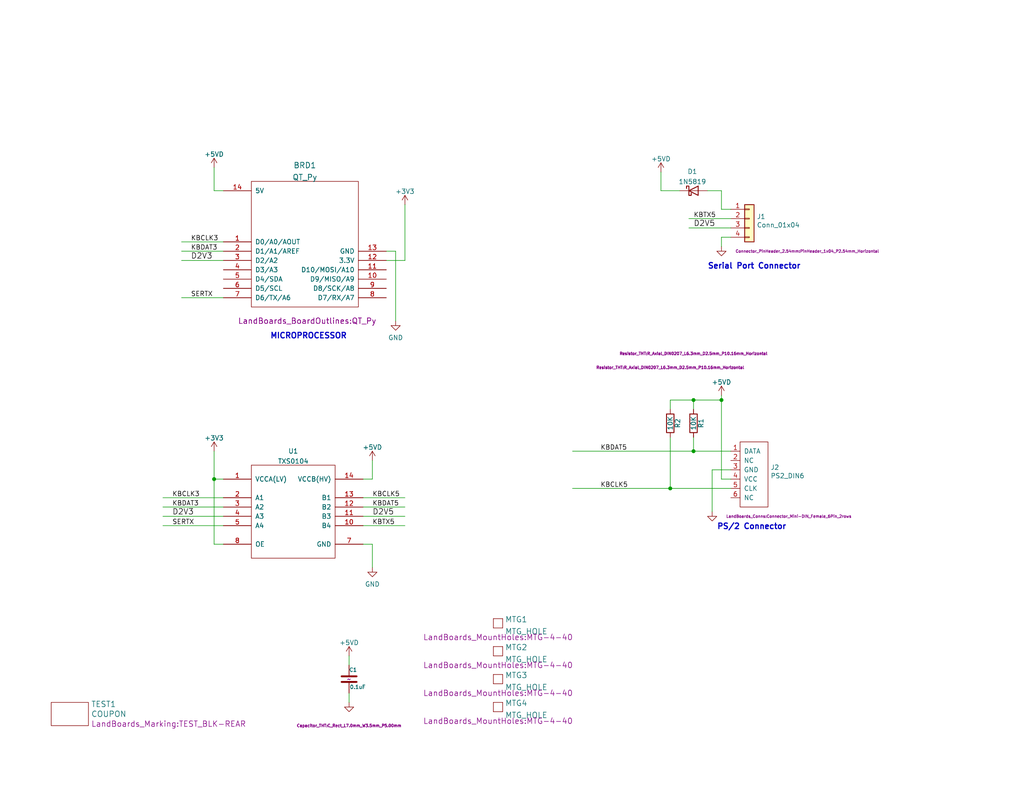
<source format=kicad_sch>
(kicad_sch (version 20211123) (generator eeschema)
  (paper "A")
  (title_block (title "TinyPS2") (date "2022-08-01") (rev "4") (company "land-boards.com"))
  (lib_symbols
    (symbol "Connector_Generic:Conn_01x04" (pin_names (offset 1.016) hide)
      (property "Reference" "J" (at 0 5.08 0))
      (property "Value" "Conn_01x04" (at 0 -7.62 0))
      (symbol "Conn_01x04_1_1"
        (rectangle (start -1.27 -4.953) (end 0 -5.207) (stroke (width 0.1524)))
        (rectangle (start -1.27 -2.413) (end 0 -2.667) (stroke (width 0.1524)))
        (rectangle (start -1.27 0.127) (end 0 -0.127) (stroke (width 0.1524)))
        (rectangle (start -1.27 2.667) (end 0 2.413) (stroke (width 0.1524)))
        (rectangle (start -1.27 3.81) (end 1.27 -6.35) (stroke (width 0.254)) (fill (type background)))
        (pin passive line (at -5.08 2.54 0) (length 3.81) (name "Pin_1") (number "1"))
        (pin passive line (at -5.08 0 0) (length 3.81) (name "Pin_2") (number "2"))
        (pin passive line (at -5.08 -2.54 0) (length 3.81) (name "Pin_3") (number "3"))
        (pin passive line (at -5.08 -5.08 0) (length 3.81) (name "Pin_4") (number "4"))
      )
    )
    (symbol "Device:C" (pin_numbers hide) (pin_names (offset 0.254))
      (property "Reference" "C" (at 0.635 2.54 0))
      (property "Value" "C" (at 0.635 -2.54 0))
      (symbol "C_0_1"
        (polyline (pts (xy -2.032 -0.762) (xy 2.032 -0.762)) (stroke (width 0.508)))
        (polyline (pts (xy -2.032 0.762) (xy 2.032 0.762)) (stroke (width 0.508)))
      )
      (symbol "C_1_1"
        (pin passive line (at 0 3.81 270) (length 2.794) (name "~") (number "1"))
        (pin passive line (at 0 -3.81 90) (length 2.794) (name "~") (number "2"))
      )
    )
    (symbol "Device:D_Schottky" (pin_numbers hide) (pin_names (offset 1.016) hide)
      (property "Reference" "D" (at 0 2.54 0))
      (property "Value" "D_Schottky" (at 0 -2.54 0))
      (symbol "D_Schottky_0_1"
        (polyline (pts (xy 1.27 0) (xy -1.27 0)))
        (polyline (pts (xy 1.27 1.27) (xy 1.27 -1.27) (xy -1.27 0) (xy 1.27 1.27)) (stroke (width 0.254)))
        (polyline (pts (xy -1.905 0.635) (xy -1.905 1.27) (xy -1.27 1.27) (xy -1.27 -1.27) (xy -0.635 -1.27) (xy -0.635 -0.635)) (stroke (width 0.254)))
      )
      (symbol "D_Schottky_1_1"
        (pin passive line (at -3.81 0 0) (length 2.54) (name "K") (number "1"))
        (pin passive line (at 3.81 0 180) (length 2.54) (name "A") (number "2"))
      )
    )
    (symbol "Device:R" (pin_numbers hide) (pin_names (offset 0))
      (property "Reference" "R" (at 2.032 0 90))
      (property "Value" "R" (at 0 0 90))
      (symbol "R_0_1"
        (rectangle (start -1.016 -2.54) (end 1.016 2.54) (stroke (width 0.254)))
      )
      (symbol "R_1_1"
        (pin passive line (at 0 3.81 270) (length 1.27) (name "~") (number "1"))
        (pin passive line (at 0 -3.81 90) (length 1.27) (name "~") (number "2"))
      )
    )
    (symbol "LandBoards:COUPON" (pin_names (offset 1.016))
      (property "Reference" "COUP?" (at 0 0 0))
      (property "Value" "COUPON" (at 0 0 0))
      (symbol "COUPON_0_1"
        (rectangle (start -5.08 0) (end 5.08 6.35))
      )
    )
    (symbol "LandBoards:MTG_HOLE" (pin_names (offset 1.016))
      (property "Reference" "MTG?" (at 0 2.54 0))
      (property "Value" "MTG_HOLE" (at 0 -2.54 0))
      (symbol "MTG_HOLE_0_1"
        (rectangle (start -1.27 -1.27) (end 1.27 -1.27))
        (rectangle (start -1.27 1.27) (end -1.27 -1.27))
        (rectangle (start 1.27 1.27) (end -1.27 1.27))
        (rectangle (start 1.27 1.27) (end 1.27 -1.27))
      )
    )
    (symbol "LandBoards_Cards:QT_Py" (pin_names (offset 1.016))
      (property "Reference" "BRD" (at 0 25.4 0))
      (property "Value" "QT_Py" (at 0 -11.43 0))
      (symbol "QT_Py_0_0"
        (rectangle (start -15.24 24.13) (end 13.97 -10.16))
      )
      (symbol "QT_Py_1_1"
        (pin bidirectional line (at -22.86 7.62 0) (length 7.62) (name "D0/A0/AOUT") (number "1"))
        (pin bidirectional line (at 21.59 -2.54 180) (length 7.62) (name "D9/MISO/A9") (number "10"))
        (pin bidirectional line (at 21.59 0 180) (length 7.62) (name "D10/MOSI/A10") (number "11"))
        (pin power_out line (at 21.59 2.54 180) (length 7.62) (name "3.3V") (number "12"))
        (pin power_in line (at 21.59 5.08 180) (length 7.62) (name "GND") (number "13"))
        (pin power_in line (at -22.86 21.59 0) (length 7.62) (name "5V") (number "14"))
        (pin bidirectional line (at -22.86 5.08 0) (length 7.62) (name "D1/A1/AREF") (number "2"))
        (pin bidirectional line (at -22.86 2.54 0) (length 7.62) (name "D2/A2") (number "3"))
        (pin bidirectional line (at -22.86 0 0) (length 7.62) (name "D3/A3") (number "4"))
        (pin bidirectional line (at -22.86 -2.54 0) (length 7.62) (name "D4/SDA") (number "5"))
        (pin bidirectional line (at -22.86 -5.08 0) (length 7.62) (name "D5/SCL") (number "6"))
        (pin bidirectional line (at -22.86 -7.62 0) (length 7.62) (name "D6/TX/A6") (number "7"))
        (pin bidirectional line (at 21.59 -7.62 180) (length 7.62) (name "D7/RX/A7") (number "8"))
        (pin bidirectional line (at 21.59 -5.08 180) (length 7.62) (name "D8/SCK/A8") (number "9"))
      )
    )
    (symbol "LandBoards_Conns:PS2_DIN6" (pin_names (offset 1.016))
      (property "Reference" "J" (at -1.27 10.16 0))
      (property "Value" "PS2_DIN6" (at -1.27 -10.16 0))
      (symbol "PS2_DIN6_0_1"
        (rectangle (start -3.81 8.89) (end 3.81 -8.89))
      )
      (symbol "PS2_DIN6_1_1"
        (pin input line (at -6.35 6.35 0) (length 2.54) (name "DATA") (number "1"))
        (pin input line (at -6.35 3.81 0) (length 2.54) (name "NC") (number "2"))
        (pin input line (at -6.35 1.27 0) (length 2.54) (name "GND") (number "3"))
        (pin input line (at -6.35 -1.27 0) (length 2.54) (name "VCC") (number "4"))
        (pin input line (at -6.35 -3.81 0) (length 2.54) (name "CLK") (number "5"))
        (pin input line (at -6.35 -6.35 0) (length 2.54) (name "NC") (number "6"))
      )
    )
    (symbol "LandBoards_Semis:TXS0104" (pin_names (offset 1.016))
      (property "Reference" "U" (at -2.54 13.97 0))
      (property "Value" "TXS0104" (at -1.27 -13.97 0))
      (symbol "TXS0104_1_0"
        (rectangle (start -11.43 -12.7) (end 11.43 12.7))
      )
      (symbol "TXS0104_1_1"
        (pin passive line (at -19.05 8.89 0) (length 7.62) (name "VCCA(LV)") (number "1"))
        (pin bidirectional line (at 19.05 -3.81 180) (length 7.62) (name "B4") (number "10"))
        (pin bidirectional line (at 19.05 -1.27 180) (length 7.62) (name "B3") (number "11"))
        (pin bidirectional line (at 19.05 1.27 180) (length 7.62) (name "B2") (number "12"))
        (pin bidirectional line (at 19.05 3.81 180) (length 7.62) (name "B1") (number "13"))
        (pin passive line (at 19.05 8.89 180) (length 7.62) (name "VCCB(HV)") (number "14"))
        (pin bidirectional line (at -19.05 3.81 0) (length 7.62) (name "A1") (number "2"))
        (pin bidirectional line (at -19.05 1.27 0) (length 7.62) (name "A2") (number "3"))
        (pin bidirectional line (at -19.05 -1.27 0) (length 7.62) (name "A3") (number "4"))
        (pin bidirectional line (at -19.05 -3.81 0) (length 7.62) (name "A4") (number "5"))
        (pin passive line (at 19.05 -8.89 180) (length 7.62) (name "GND") (number "7"))
        (pin input line (at -19.05 -8.89 0) (length 7.62) (name "OE") (number "8"))
      )
    )
    (symbol "power:+3.3V" (power) (pin_names (offset 0))
      (property "Value" "+3.3V" (at 0 3.556 0))
      (symbol "+3.3V_0_1"
        (polyline (pts (xy -0.762 1.27) (xy 0 2.54)))
        (polyline (pts (xy 0 0) (xy 0 2.54)))
        (polyline (pts (xy 0 2.54) (xy 0.762 1.27)))
      )
      (symbol "+3.3V_1_1"
        (pin power_in line (at 0 0 90) (length 0) hide (name "+3V3") (number "1"))
      )
    )
    (symbol "power:+5VD" (power) (pin_names (offset 0))
      (property "Value" "+5VD" (at 0 3.556 0))
      (symbol "+5VD_0_1"
        (polyline (pts (xy -0.762 1.27) (xy 0 2.54)))
        (polyline (pts (xy 0 0) (xy 0 2.54)))
        (polyline (pts (xy 0 2.54) (xy 0.762 1.27)))
      )
      (symbol "+5VD_1_1"
        (pin power_in line (at 0 0 90) (length 0) hide (name "+5VD") (number "1"))
      )
    )
    (symbol "power:GND" (power) (pin_names (offset 0))
      (property "Value" "GND" (at 0 -3.81 0))
      (symbol "GND_0_1"
        (polyline (pts (xy 0 0) (xy 0 -1.27) (xy 1.27 -1.27) (xy 0 -2.54) (xy -1.27 -1.27) (xy 0 -1.27)))
      )
      (symbol "GND_1_1"
        (pin power_in line (at 0 0 270) (length 0) hide (name "GND") (number "1"))
      )
    )
  )
  (junction (at 196.85 109.22))
  (junction (at 58.42 130.81))
  (junction (at 189.23 109.22))
  (junction (at 182.88 133.35))
  (junction (at 189.23 123.19))
  (wire (pts (xy 199.39 64.77) (xy 196.85 64.77)))
  (wire (pts (xy 110.49 55.88) (xy 110.49 71.12)))
  (wire (pts (xy 194.31 128.27) (xy 194.31 139.7)))
  (wire (pts (xy 58.42 148.59) (xy 58.42 130.81)))
  (wire (pts (xy 44.45 138.43) (xy 60.96 138.43)))
  (wire (pts (xy 196.85 109.22) (xy 196.85 130.81)))
  (wire (pts (xy 196.85 57.15) (xy 199.39 57.15)))
  (wire (pts (xy 199.39 123.19) (xy 189.23 123.19)))
  (wire (pts (xy 99.06 148.59) (xy 101.6 148.59)))
  (wire (pts (xy 107.95 68.58) (xy 107.95 87.63)))
  (wire (pts (xy 44.45 135.89) (xy 60.96 135.89)))
  (wire (pts (xy 189.23 119.38) (xy 189.23 123.19)))
  (wire (pts (xy 60.96 52.07) (xy 58.42 52.07)))
  (wire (pts (xy 60.96 130.81) (xy 58.42 130.81)))
  (wire (pts (xy 199.39 59.69) (xy 187.96 59.69)))
  (wire (pts (xy 185.42 52.07) (xy 180.34 52.07)))
  (wire (pts (xy 95.25 179.07) (xy 95.25 181.61)))
  (wire (pts (xy 95.25 189.23) (xy 95.25 191.77)))
  (wire (pts (xy 101.6 125.73) (xy 101.6 130.81)))
  (wire (pts (xy 99.06 138.43) (xy 110.49 138.43)))
  (wire (pts (xy 49.53 71.12) (xy 60.96 71.12)))
  (wire (pts (xy 180.34 46.99) (xy 180.34 52.07)))
  (wire (pts (xy 189.23 109.22) (xy 196.85 109.22)))
  (wire (pts (xy 199.39 133.35) (xy 182.88 133.35)))
  (wire (pts (xy 199.39 128.27) (xy 194.31 128.27)))
  (wire (pts (xy 196.85 130.81) (xy 199.39 130.81)))
  (wire (pts (xy 49.53 68.58) (xy 60.96 68.58)))
  (wire (pts (xy 44.45 143.51) (xy 60.96 143.51)))
  (wire (pts (xy 49.53 81.28) (xy 60.96 81.28)))
  (wire (pts (xy 60.96 148.59) (xy 58.42 148.59)))
  (wire (pts (xy 101.6 148.59) (xy 101.6 154.94)))
  (wire (pts (xy 182.88 133.35) (xy 156.21 133.35)))
  (wire (pts (xy 105.41 71.12) (xy 110.49 71.12)))
  (wire (pts (xy 193.04 52.07) (xy 196.85 52.07)))
  (wire (pts (xy 99.06 140.97) (xy 110.49 140.97)))
  (wire (pts (xy 189.23 123.19) (xy 156.21 123.19)))
  (wire (pts (xy 196.85 107.95) (xy 196.85 109.22)))
  (wire (pts (xy 182.88 111.76) (xy 182.88 109.22)))
  (wire (pts (xy 99.06 130.81) (xy 101.6 130.81)))
  (wire (pts (xy 182.88 109.22) (xy 189.23 109.22)))
  (wire (pts (xy 44.45 140.97) (xy 60.96 140.97)))
  (wire (pts (xy 49.53 66.04) (xy 60.96 66.04)))
  (wire (pts (xy 99.06 135.89) (xy 110.49 135.89)))
  (wire (pts (xy 187.96 62.23) (xy 199.39 62.23)))
  (wire (pts (xy 189.23 111.76) (xy 189.23 109.22)))
  (wire (pts (xy 58.42 123.19) (xy 58.42 130.81)))
  (wire (pts (xy 182.88 119.38) (xy 182.88 133.35)))
  (wire (pts (xy 105.41 68.58) (xy 107.95 68.58)))
  (wire (pts (xy 58.42 45.72) (xy 58.42 52.07)))
  (wire (pts (xy 196.85 64.77) (xy 196.85 67.31)))
  (wire (pts (xy 99.06 143.51) (xy 110.49 143.51)))
  (wire (pts (xy 196.85 52.07) (xy 196.85 57.15)))
  (text "Serial Port Connector" (at 193.04 73.66 0) (effects (font (size 1.524 1.524) (thickness 0.3048) bold) (justify left bottom)))
  (text "PS/2 Connector" (at 195.58 144.78 0) (effects (font (size 1.524 1.524) (thickness 0.3048) bold) (justify left bottom)))
  (text "MICROPROCESSOR" (at 73.66 92.71 0) (effects (font (size 1.524 1.524) (thickness 0.3048) bold) (justify left bottom)))
  (label "KBCLK5" (at 163.83 133.35 0))
  (label "KBDAT3" (at 52.07 68.58 0))
  (label "KBCLK3" (at 46.99 135.89 0))
  (label "KBTX5" (at 101.6 143.51 0))
  (label "KBCLK3" (at 52.07 66.04 0))
  (label "SERTX" (at 52.07 81.28 0))
  (label "KBDAT3" (at 46.99 138.43 0))
  (label "D2V3" (at 52.07 71.12 0) (effects (font (size 1.524 1.524))))
  (label "D2V3" (at 46.99 140.97 0) (effects (font (size 1.524 1.524))))
  (label "D2V5" (at 189.23 62.23 0) (effects (font (size 1.524 1.524))))
  (label "KBDAT5" (at 163.83 123.19 0))
  (label "SERTX" (at 46.99 143.51 0))
  (label "KBTX5" (at 189.23 59.69 0))
  (label "KBDAT5" (at 101.6 138.43 0))
  (label "KBCLK5" (at 101.6 135.89 0))
  (label "D2V5" (at 101.6 140.97 0) (effects (font (size 1.524 1.524))))
  (symbol (lib_id "power:GND") (at 95.25 191.77 0) (unit 1)
    (property "Reference" "#PWR04" (effects hide))
    (property "Value" "GND" (effects hide))
  )
  (symbol (lib_id "Device:C") (at 95.25 185.42 0) (unit 1)
    (property "Reference" "C1" (at 95.25 182.88 0) (effects (font (size 1.016 1.016)) (justify left)))
    (property "Value" "0.1uF" (at 95.4024 187.579 0) (effects (font (size 1.016 1.016)) (justify left)))
    (property "Footprint" "Capacitor_THT:C_Rect_L7.0mm_W3.5mm_P5.00mm" (at 95.25 198.12 0) (effects (font (size 0.762 0.762))))
    (property "Datasheet" "~" (at 95.25 185.42 0) (effects (font (size 1.524 1.524))))
  )
  (symbol (lib_id "Connector_Generic:Conn_01x04") (at 204.47 59.69 0) (unit 1)
    (property "Reference" "J1" (at 206.4766 59.1312 0) (effects (justify left)))
    (property "Value" "Conn_01x04" (at 206.4766 61.4426 0) (effects (justify left)))
    (property "Footprint" "Connector_PinHeader_2.54mm:PinHeader_1x04_P2.54mm_Horizontal" (at 200.66 68.58 0) (effects (font (size 0.762 0.762)) (justify left)))
  )
  (symbol (lib_id "power:GND") (at 194.31 139.7 0) (unit 1)
    (property "Reference" "#PWR06" (effects hide))
    (property "Value" "GND" (effects hide))
  )
  (symbol (lib_id "LandBoards_Conns:PS2_DIN6") (at 205.74 129.54 0) (unit 1)
    (property "Reference" "J2" (at 210.2358 127.6096 0) (effects (justify left)))
    (property "Value" "PS2_DIN6" (at 210.2358 129.921 0) (effects (justify left)))
    (property "Footprint" "LandBoards_Conns:Connector_Mini-DIN_Female_6Pin_2rows" (at 198.12 140.97 0) (effects (font (size 0.762 0.762)) (justify left)))
  )
  (symbol (lib_id "power:GND") (at 196.85 67.31 0) (unit 1)
    (property "Reference" "#PWR0102" (effects hide))
    (property "Value" "GND" (effects hide))
  )
  (symbol (lib_id "Device:R") (at 189.23 115.57 0) (unit 1)
    (property "Reference" "R1" (at 191.262 115.57 90))
    (property "Value" "10K" (at 189.23 115.57 90))
    (property "Footprint" "Resistor_THT:R_Axial_DIN0207_L6.3mm_D2.5mm_P10.16mm_Horizontal" (at 189.23 96.52 0) (effects (font (size 0.762 0.762))))
  )
  (symbol (lib_id "Device:R") (at 182.88 115.57 0) (unit 1)
    (property "Reference" "R2" (at 184.912 115.57 90))
    (property "Value" "10K" (at 182.88 115.57 90))
    (property "Footprint" "Resistor_THT:R_Axial_DIN0207_L6.3mm_D2.5mm_P10.16mm_Horizontal" (at 182.88 100.33 0) (effects (font (size 0.762 0.762))))
  )
  (symbol (lib_id "LandBoards:COUPON") (at 19.05 198.12 0) (unit 1)
    (property "Reference" "TEST1" (at 24.8412 192.2526 0) (effects (font (size 1.524 1.524)) (justify left)))
    (property "Value" "COUPON" (at 24.8412 194.945 0) (effects (font (size 1.524 1.524)) (justify left)))
    (property "Footprint" "LandBoards_Marking:TEST_BLK-REAR" (at 24.8412 197.6374 0) (effects (font (size 1.524 1.524)) (justify left)))
  )
  (symbol (lib_id "LandBoards:MTG_HOLE") (at 135.89 177.8 0) (unit 1)
    (property "Reference" "MTG2" (at 137.795 176.7353 0) (effects (font (size 1.524 1.524)) (justify left)))
    (property "Value" "MTG_HOLE" (at 137.795 180.0143 0) (effects (font (size 1.524 1.524)) (justify left)))
    (property "Footprint" "LandBoards_MountHoles:MTG-4-40" (at 135.89 181.61 0) (effects (font (size 1.524 1.524))))
  )
  (symbol (lib_id "power:+5VD") (at 95.25 179.07 0) (unit 1)
    (property "Reference" "#PWR0105" (effects hide))
    (property "Value" "+5VD" (at 95.25 175.4655 0))
  )
  (symbol (lib_id "power:GND") (at 101.6 154.94 0) (unit 1)
    (property "Reference" "#PWR0106" (effects hide))
    (property "Value" "GND" (at 101.6 159.5025 0))
  )
  (symbol (lib_id "power:+3.3V") (at 110.49 55.88 0) (unit 1)
    (property "Reference" "#PWR0104" (effects hide))
    (property "Value" "+3.3V" (at 110.49 52.2755 0))
  )
  (symbol (lib_id "power:GND") (at 107.95 87.63 0) (unit 1)
    (property "Reference" "#PWR0103" (effects hide))
    (property "Value" "GND" (at 107.95 92.1925 0))
  )
  (symbol (lib_id "power:+3.3V") (at 58.42 123.19 0) (unit 1)
    (property "Reference" "#PWR0108" (effects hide))
    (property "Value" "+3.3V" (at 58.42 119.5855 0))
  )
  (symbol (lib_id "power:+5VD") (at 196.85 107.95 0) (unit 1)
    (property "Reference" "#PWR0101" (effects hide))
    (property "Value" "+5VD" (at 196.85 104.3455 0))
  )
  (symbol (lib_id "LandBoards_Cards:QT_Py") (at 83.82 73.66 0) (unit 1)
    (property "Reference" "BRD1" (at 83.185 45.1261 0) (effects (font (size 1.524 1.524))))
    (property "Value" "QT_Py" (at 83.185 48.4051 0) (effects (font (size 1.524 1.524))))
    (property "Footprint" "LandBoards_BoardOutlines:QT_Py" (at 83.82 87.63 0) (effects (font (size 1.524 1.524))))
  )
  (symbol (lib_id "Device:D_Schottky") (at 189.23 52.07 0) (unit 1)
    (property "Reference" "D1" (at 188.9125 46.8335 0))
    (property "Value" "1N5819" (at 188.9125 49.6086 0))
    (property "Footprint" "Diode_THT:D_DO-41_SOD81_P10.16mm_Horizontal" (effects hide))
  )
  (symbol (lib_id "LandBoards:MTG_HOLE") (at 135.89 170.18 0) (unit 1)
    (property "Reference" "MTG1" (at 137.795 169.1153 0) (effects (font (size 1.524 1.524)) (justify left)))
    (property "Value" "MTG_HOLE" (at 137.795 172.3943 0) (effects (font (size 1.524 1.524)) (justify left)))
    (property "Footprint" "LandBoards_MountHoles:MTG-4-40" (at 135.89 173.99 0) (effects (font (size 1.524 1.524))))
  )
  (symbol (lib_id "power:+5VD") (at 58.42 45.72 0) (unit 1)
    (property "Reference" "#PWR0110" (effects hide))
    (property "Value" "+5VD" (at 58.42 42.1155 0))
  )
  (symbol (lib_id "LandBoards_Semis:TXS0104") (at 80.01 139.7 0) (unit 1)
    (property "Reference" "U1" (at 80.01 123.1605 0))
    (property "Value" "TXS0104" (at 80.01 125.9356 0))
    (property "Footprint" "Package_SO:SO-14_3.9x8.65mm_P1.27mm" (effects hide))
    (property "Datasheet" "DOCUMENTATION" (effects hide))
  )
  (symbol (lib_id "power:+5VD") (at 180.34 46.99 0) (unit 1)
    (property "Reference" "#PWR0109" (effects hide))
    (property "Value" "+5VD" (at 180.34 43.3855 0))
  )
  (symbol (lib_id "LandBoards:MTG_HOLE") (at 135.89 185.42 0) (unit 1)
    (property "Reference" "MTG3" (at 137.795 184.3553 0) (effects (font (size 1.524 1.524)) (justify left)))
    (property "Value" "MTG_HOLE" (at 137.795 187.6343 0) (effects (font (size 1.524 1.524)) (justify left)))
    (property "Footprint" "LandBoards_MountHoles:MTG-4-40" (at 135.89 189.23 0) (effects (font (size 1.524 1.524))))
  )
  (symbol (lib_id "power:+5VD") (at 101.6 125.73 0) (unit 1)
    (property "Reference" "#PWR0107" (effects hide))
    (property "Value" "+5VD" (at 101.6 122.1255 0))
  )
  (symbol (lib_id "LandBoards:MTG_HOLE") (at 135.89 193.04 0) (unit 1)
    (property "Reference" "MTG4" (at 137.795 191.9753 0) (effects (font (size 1.524 1.524)) (justify left)))
    (property "Value" "MTG_HOLE" (at 137.795 195.2543 0) (effects (font (size 1.524 1.524)) (justify left)))
    (property "Footprint" "LandBoards_MountHoles:MTG-4-40" (at 135.89 196.85 0) (effects (font (size 1.524 1.524))))
  )
)
</source>
